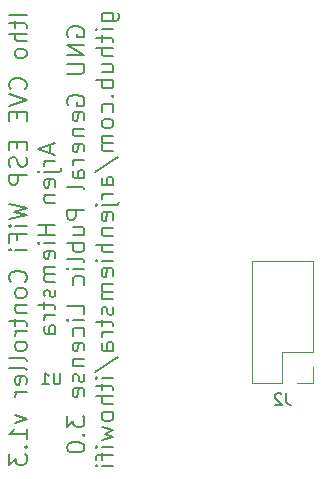
<source format=gbo>
G04 #@! TF.GenerationSoftware,KiCad,Pcbnew,(5.1.5-0-10_14)*
G04 #@! TF.CreationDate,2020-10-21T13:28:45+02:00*
G04 #@! TF.ProjectId,ithowifi,6974686f-7769-4666-992e-6b696361645f,rev?*
G04 #@! TF.SameCoordinates,Original*
G04 #@! TF.FileFunction,Legend,Bot*
G04 #@! TF.FilePolarity,Positive*
%FSLAX46Y46*%
G04 Gerber Fmt 4.6, Leading zero omitted, Abs format (unit mm)*
G04 Created by KiCad (PCBNEW (5.1.5-0-10_14)) date 2020-10-21 13:28:45*
%MOMM*%
%LPD*%
G04 APERTURE LIST*
%ADD10C,0.200000*%
%ADD11C,0.120000*%
%ADD12C,0.150000*%
G04 APERTURE END LIST*
D10*
X99111571Y-108000000D02*
X97611571Y-108000000D01*
X98111571Y-108500000D02*
X98111571Y-109071428D01*
X97611571Y-108714285D02*
X98897285Y-108714285D01*
X99040142Y-108785714D01*
X99111571Y-108928571D01*
X99111571Y-109071428D01*
X99111571Y-109571428D02*
X97611571Y-109571428D01*
X99111571Y-110214285D02*
X98325857Y-110214285D01*
X98183000Y-110142857D01*
X98111571Y-110000000D01*
X98111571Y-109785714D01*
X98183000Y-109642857D01*
X98254428Y-109571428D01*
X99111571Y-111142857D02*
X99040142Y-111000000D01*
X98968714Y-110928571D01*
X98825857Y-110857142D01*
X98397285Y-110857142D01*
X98254428Y-110928571D01*
X98183000Y-111000000D01*
X98111571Y-111142857D01*
X98111571Y-111357142D01*
X98183000Y-111500000D01*
X98254428Y-111571428D01*
X98397285Y-111642857D01*
X98825857Y-111642857D01*
X98968714Y-111571428D01*
X99040142Y-111500000D01*
X99111571Y-111357142D01*
X99111571Y-111142857D01*
X98968714Y-114285714D02*
X99040142Y-114214285D01*
X99111571Y-114000000D01*
X99111571Y-113857142D01*
X99040142Y-113642857D01*
X98897285Y-113500000D01*
X98754428Y-113428571D01*
X98468714Y-113357142D01*
X98254428Y-113357142D01*
X97968714Y-113428571D01*
X97825857Y-113500000D01*
X97683000Y-113642857D01*
X97611571Y-113857142D01*
X97611571Y-114000000D01*
X97683000Y-114214285D01*
X97754428Y-114285714D01*
X97611571Y-114714285D02*
X99111571Y-115214285D01*
X97611571Y-115714285D01*
X98325857Y-116214285D02*
X98325857Y-116714285D01*
X99111571Y-116928571D02*
X99111571Y-116214285D01*
X97611571Y-116214285D01*
X97611571Y-116928571D01*
X98325857Y-118714285D02*
X98325857Y-119214285D01*
X99111571Y-119428571D02*
X99111571Y-118714285D01*
X97611571Y-118714285D01*
X97611571Y-119428571D01*
X99040142Y-120000000D02*
X99111571Y-120214285D01*
X99111571Y-120571428D01*
X99040142Y-120714285D01*
X98968714Y-120785714D01*
X98825857Y-120857142D01*
X98683000Y-120857142D01*
X98540142Y-120785714D01*
X98468714Y-120714285D01*
X98397285Y-120571428D01*
X98325857Y-120285714D01*
X98254428Y-120142857D01*
X98183000Y-120071428D01*
X98040142Y-120000000D01*
X97897285Y-120000000D01*
X97754428Y-120071428D01*
X97683000Y-120142857D01*
X97611571Y-120285714D01*
X97611571Y-120642857D01*
X97683000Y-120857142D01*
X99111571Y-121500000D02*
X97611571Y-121500000D01*
X97611571Y-122071428D01*
X97683000Y-122214285D01*
X97754428Y-122285714D01*
X97897285Y-122357142D01*
X98111571Y-122357142D01*
X98254428Y-122285714D01*
X98325857Y-122214285D01*
X98397285Y-122071428D01*
X98397285Y-121500000D01*
X97611571Y-124000000D02*
X99111571Y-124357142D01*
X98040142Y-124642857D01*
X99111571Y-124928571D01*
X97611571Y-125285714D01*
X99111571Y-125857142D02*
X98111571Y-125857142D01*
X97611571Y-125857142D02*
X97683000Y-125785714D01*
X97754428Y-125857142D01*
X97683000Y-125928571D01*
X97611571Y-125857142D01*
X97754428Y-125857142D01*
X98325857Y-127071428D02*
X98325857Y-126571428D01*
X99111571Y-126571428D02*
X97611571Y-126571428D01*
X97611571Y-127285714D01*
X99111571Y-127857142D02*
X98111571Y-127857142D01*
X97611571Y-127857142D02*
X97683000Y-127785714D01*
X97754428Y-127857142D01*
X97683000Y-127928571D01*
X97611571Y-127857142D01*
X97754428Y-127857142D01*
X98968714Y-130571428D02*
X99040142Y-130500000D01*
X99111571Y-130285714D01*
X99111571Y-130142857D01*
X99040142Y-129928571D01*
X98897285Y-129785714D01*
X98754428Y-129714285D01*
X98468714Y-129642857D01*
X98254428Y-129642857D01*
X97968714Y-129714285D01*
X97825857Y-129785714D01*
X97683000Y-129928571D01*
X97611571Y-130142857D01*
X97611571Y-130285714D01*
X97683000Y-130500000D01*
X97754428Y-130571428D01*
X99111571Y-131428571D02*
X99040142Y-131285714D01*
X98968714Y-131214285D01*
X98825857Y-131142857D01*
X98397285Y-131142857D01*
X98254428Y-131214285D01*
X98183000Y-131285714D01*
X98111571Y-131428571D01*
X98111571Y-131642857D01*
X98183000Y-131785714D01*
X98254428Y-131857142D01*
X98397285Y-131928571D01*
X98825857Y-131928571D01*
X98968714Y-131857142D01*
X99040142Y-131785714D01*
X99111571Y-131642857D01*
X99111571Y-131428571D01*
X98111571Y-132571428D02*
X99111571Y-132571428D01*
X98254428Y-132571428D02*
X98183000Y-132642857D01*
X98111571Y-132785714D01*
X98111571Y-133000000D01*
X98183000Y-133142857D01*
X98325857Y-133214285D01*
X99111571Y-133214285D01*
X98111571Y-133714285D02*
X98111571Y-134285714D01*
X97611571Y-133928571D02*
X98897285Y-133928571D01*
X99040142Y-134000000D01*
X99111571Y-134142857D01*
X99111571Y-134285714D01*
X99111571Y-134785714D02*
X98111571Y-134785714D01*
X98397285Y-134785714D02*
X98254428Y-134857142D01*
X98183000Y-134928571D01*
X98111571Y-135071428D01*
X98111571Y-135214285D01*
X99111571Y-135928571D02*
X99040142Y-135785714D01*
X98968714Y-135714285D01*
X98825857Y-135642857D01*
X98397285Y-135642857D01*
X98254428Y-135714285D01*
X98183000Y-135785714D01*
X98111571Y-135928571D01*
X98111571Y-136142857D01*
X98183000Y-136285714D01*
X98254428Y-136357142D01*
X98397285Y-136428571D01*
X98825857Y-136428571D01*
X98968714Y-136357142D01*
X99040142Y-136285714D01*
X99111571Y-136142857D01*
X99111571Y-135928571D01*
X99111571Y-137285714D02*
X99040142Y-137142857D01*
X98897285Y-137071428D01*
X97611571Y-137071428D01*
X99111571Y-138071428D02*
X99040142Y-137928571D01*
X98897285Y-137857142D01*
X97611571Y-137857142D01*
X99040142Y-139214285D02*
X99111571Y-139071428D01*
X99111571Y-138785714D01*
X99040142Y-138642857D01*
X98897285Y-138571428D01*
X98325857Y-138571428D01*
X98183000Y-138642857D01*
X98111571Y-138785714D01*
X98111571Y-139071428D01*
X98183000Y-139214285D01*
X98325857Y-139285714D01*
X98468714Y-139285714D01*
X98611571Y-138571428D01*
X99111571Y-139928571D02*
X98111571Y-139928571D01*
X98397285Y-139928571D02*
X98254428Y-140000000D01*
X98183000Y-140071428D01*
X98111571Y-140214285D01*
X98111571Y-140357142D01*
X98111571Y-141857142D02*
X99111571Y-142214285D01*
X98111571Y-142571428D01*
X99111571Y-143928571D02*
X99111571Y-143071428D01*
X99111571Y-143500000D02*
X97611571Y-143500000D01*
X97825857Y-143357142D01*
X97968714Y-143214285D01*
X98040142Y-143071428D01*
X98968714Y-144571428D02*
X99040142Y-144642857D01*
X99111571Y-144571428D01*
X99040142Y-144500000D01*
X98968714Y-144571428D01*
X99111571Y-144571428D01*
X97611571Y-145142857D02*
X97611571Y-146071428D01*
X98183000Y-145571428D01*
X98183000Y-145785714D01*
X98254428Y-145928571D01*
X98325857Y-146000000D01*
X98468714Y-146071428D01*
X98825857Y-146071428D01*
X98968714Y-146000000D01*
X99040142Y-145928571D01*
X99111571Y-145785714D01*
X99111571Y-145357142D01*
X99040142Y-145214285D01*
X98968714Y-145142857D01*
X101133000Y-118964285D02*
X101133000Y-119678571D01*
X101561571Y-118821428D02*
X100061571Y-119321428D01*
X101561571Y-119821428D01*
X101561571Y-120321428D02*
X100561571Y-120321428D01*
X100847285Y-120321428D02*
X100704428Y-120392857D01*
X100633000Y-120464285D01*
X100561571Y-120607142D01*
X100561571Y-120750000D01*
X100561571Y-121250000D02*
X101847285Y-121250000D01*
X101990142Y-121178571D01*
X102061571Y-121035714D01*
X102061571Y-120964285D01*
X100061571Y-121250000D02*
X100133000Y-121178571D01*
X100204428Y-121250000D01*
X100133000Y-121321428D01*
X100061571Y-121250000D01*
X100204428Y-121250000D01*
X101490142Y-122535714D02*
X101561571Y-122392857D01*
X101561571Y-122107142D01*
X101490142Y-121964285D01*
X101347285Y-121892857D01*
X100775857Y-121892857D01*
X100633000Y-121964285D01*
X100561571Y-122107142D01*
X100561571Y-122392857D01*
X100633000Y-122535714D01*
X100775857Y-122607142D01*
X100918714Y-122607142D01*
X101061571Y-121892857D01*
X100561571Y-123250000D02*
X101561571Y-123250000D01*
X100704428Y-123250000D02*
X100633000Y-123321428D01*
X100561571Y-123464285D01*
X100561571Y-123678571D01*
X100633000Y-123821428D01*
X100775857Y-123892857D01*
X101561571Y-123892857D01*
X101561571Y-125750000D02*
X100061571Y-125750000D01*
X100775857Y-125750000D02*
X100775857Y-126607142D01*
X101561571Y-126607142D02*
X100061571Y-126607142D01*
X101561571Y-127321428D02*
X100561571Y-127321428D01*
X100061571Y-127321428D02*
X100133000Y-127250000D01*
X100204428Y-127321428D01*
X100133000Y-127392857D01*
X100061571Y-127321428D01*
X100204428Y-127321428D01*
X101490142Y-128607142D02*
X101561571Y-128464285D01*
X101561571Y-128178571D01*
X101490142Y-128035714D01*
X101347285Y-127964285D01*
X100775857Y-127964285D01*
X100633000Y-128035714D01*
X100561571Y-128178571D01*
X100561571Y-128464285D01*
X100633000Y-128607142D01*
X100775857Y-128678571D01*
X100918714Y-128678571D01*
X101061571Y-127964285D01*
X101561571Y-129321428D02*
X100561571Y-129321428D01*
X100704428Y-129321428D02*
X100633000Y-129392857D01*
X100561571Y-129535714D01*
X100561571Y-129750000D01*
X100633000Y-129892857D01*
X100775857Y-129964285D01*
X101561571Y-129964285D01*
X100775857Y-129964285D02*
X100633000Y-130035714D01*
X100561571Y-130178571D01*
X100561571Y-130392857D01*
X100633000Y-130535714D01*
X100775857Y-130607142D01*
X101561571Y-130607142D01*
X101490142Y-131250000D02*
X101561571Y-131392857D01*
X101561571Y-131678571D01*
X101490142Y-131821428D01*
X101347285Y-131892857D01*
X101275857Y-131892857D01*
X101133000Y-131821428D01*
X101061571Y-131678571D01*
X101061571Y-131464285D01*
X100990142Y-131321428D01*
X100847285Y-131250000D01*
X100775857Y-131250000D01*
X100633000Y-131321428D01*
X100561571Y-131464285D01*
X100561571Y-131678571D01*
X100633000Y-131821428D01*
X100561571Y-132321428D02*
X100561571Y-132892857D01*
X100061571Y-132535714D02*
X101347285Y-132535714D01*
X101490142Y-132607142D01*
X101561571Y-132750000D01*
X101561571Y-132892857D01*
X101561571Y-133392857D02*
X100561571Y-133392857D01*
X100847285Y-133392857D02*
X100704428Y-133464285D01*
X100633000Y-133535714D01*
X100561571Y-133678571D01*
X100561571Y-133821428D01*
X101561571Y-134964285D02*
X100775857Y-134964285D01*
X100633000Y-134892857D01*
X100561571Y-134750000D01*
X100561571Y-134464285D01*
X100633000Y-134321428D01*
X101490142Y-134964285D02*
X101561571Y-134821428D01*
X101561571Y-134464285D01*
X101490142Y-134321428D01*
X101347285Y-134250000D01*
X101204428Y-134250000D01*
X101061571Y-134321428D01*
X100990142Y-134464285D01*
X100990142Y-134821428D01*
X100918714Y-134964285D01*
X102583000Y-109821428D02*
X102511571Y-109678571D01*
X102511571Y-109464285D01*
X102583000Y-109250000D01*
X102725857Y-109107142D01*
X102868714Y-109035714D01*
X103154428Y-108964285D01*
X103368714Y-108964285D01*
X103654428Y-109035714D01*
X103797285Y-109107142D01*
X103940142Y-109250000D01*
X104011571Y-109464285D01*
X104011571Y-109607142D01*
X103940142Y-109821428D01*
X103868714Y-109892857D01*
X103368714Y-109892857D01*
X103368714Y-109607142D01*
X104011571Y-110535714D02*
X102511571Y-110535714D01*
X104011571Y-111392857D01*
X102511571Y-111392857D01*
X102511571Y-112107142D02*
X103725857Y-112107142D01*
X103868714Y-112178571D01*
X103940142Y-112250000D01*
X104011571Y-112392857D01*
X104011571Y-112678571D01*
X103940142Y-112821428D01*
X103868714Y-112892857D01*
X103725857Y-112964285D01*
X102511571Y-112964285D01*
X102583000Y-115607142D02*
X102511571Y-115464285D01*
X102511571Y-115250000D01*
X102583000Y-115035714D01*
X102725857Y-114892857D01*
X102868714Y-114821428D01*
X103154428Y-114750000D01*
X103368714Y-114750000D01*
X103654428Y-114821428D01*
X103797285Y-114892857D01*
X103940142Y-115035714D01*
X104011571Y-115250000D01*
X104011571Y-115392857D01*
X103940142Y-115607142D01*
X103868714Y-115678571D01*
X103368714Y-115678571D01*
X103368714Y-115392857D01*
X103940142Y-116892857D02*
X104011571Y-116750000D01*
X104011571Y-116464285D01*
X103940142Y-116321428D01*
X103797285Y-116250000D01*
X103225857Y-116250000D01*
X103083000Y-116321428D01*
X103011571Y-116464285D01*
X103011571Y-116750000D01*
X103083000Y-116892857D01*
X103225857Y-116964285D01*
X103368714Y-116964285D01*
X103511571Y-116250000D01*
X103011571Y-117607142D02*
X104011571Y-117607142D01*
X103154428Y-117607142D02*
X103083000Y-117678571D01*
X103011571Y-117821428D01*
X103011571Y-118035714D01*
X103083000Y-118178571D01*
X103225857Y-118250000D01*
X104011571Y-118250000D01*
X103940142Y-119535714D02*
X104011571Y-119392857D01*
X104011571Y-119107142D01*
X103940142Y-118964285D01*
X103797285Y-118892857D01*
X103225857Y-118892857D01*
X103083000Y-118964285D01*
X103011571Y-119107142D01*
X103011571Y-119392857D01*
X103083000Y-119535714D01*
X103225857Y-119607142D01*
X103368714Y-119607142D01*
X103511571Y-118892857D01*
X104011571Y-120250000D02*
X103011571Y-120250000D01*
X103297285Y-120250000D02*
X103154428Y-120321428D01*
X103083000Y-120392857D01*
X103011571Y-120535714D01*
X103011571Y-120678571D01*
X104011571Y-121821428D02*
X103225857Y-121821428D01*
X103083000Y-121750000D01*
X103011571Y-121607142D01*
X103011571Y-121321428D01*
X103083000Y-121178571D01*
X103940142Y-121821428D02*
X104011571Y-121678571D01*
X104011571Y-121321428D01*
X103940142Y-121178571D01*
X103797285Y-121107142D01*
X103654428Y-121107142D01*
X103511571Y-121178571D01*
X103440142Y-121321428D01*
X103440142Y-121678571D01*
X103368714Y-121821428D01*
X104011571Y-122750000D02*
X103940142Y-122607142D01*
X103797285Y-122535714D01*
X102511571Y-122535714D01*
X104011571Y-124464285D02*
X102511571Y-124464285D01*
X102511571Y-125035714D01*
X102583000Y-125178571D01*
X102654428Y-125250000D01*
X102797285Y-125321428D01*
X103011571Y-125321428D01*
X103154428Y-125250000D01*
X103225857Y-125178571D01*
X103297285Y-125035714D01*
X103297285Y-124464285D01*
X103011571Y-126607142D02*
X104011571Y-126607142D01*
X103011571Y-125964285D02*
X103797285Y-125964285D01*
X103940142Y-126035714D01*
X104011571Y-126178571D01*
X104011571Y-126392857D01*
X103940142Y-126535714D01*
X103868714Y-126607142D01*
X104011571Y-127321428D02*
X102511571Y-127321428D01*
X103083000Y-127321428D02*
X103011571Y-127464285D01*
X103011571Y-127750000D01*
X103083000Y-127892857D01*
X103154428Y-127964285D01*
X103297285Y-128035714D01*
X103725857Y-128035714D01*
X103868714Y-127964285D01*
X103940142Y-127892857D01*
X104011571Y-127750000D01*
X104011571Y-127464285D01*
X103940142Y-127321428D01*
X104011571Y-128892857D02*
X103940142Y-128750000D01*
X103797285Y-128678571D01*
X102511571Y-128678571D01*
X104011571Y-129464285D02*
X103011571Y-129464285D01*
X102511571Y-129464285D02*
X102583000Y-129392857D01*
X102654428Y-129464285D01*
X102583000Y-129535714D01*
X102511571Y-129464285D01*
X102654428Y-129464285D01*
X103940142Y-130821428D02*
X104011571Y-130678571D01*
X104011571Y-130392857D01*
X103940142Y-130250000D01*
X103868714Y-130178571D01*
X103725857Y-130107142D01*
X103297285Y-130107142D01*
X103154428Y-130178571D01*
X103083000Y-130250000D01*
X103011571Y-130392857D01*
X103011571Y-130678571D01*
X103083000Y-130821428D01*
X104011571Y-133321428D02*
X104011571Y-132607142D01*
X102511571Y-132607142D01*
X104011571Y-133821428D02*
X103011571Y-133821428D01*
X102511571Y-133821428D02*
X102583000Y-133750000D01*
X102654428Y-133821428D01*
X102583000Y-133892857D01*
X102511571Y-133821428D01*
X102654428Y-133821428D01*
X103940142Y-135178571D02*
X104011571Y-135035714D01*
X104011571Y-134750000D01*
X103940142Y-134607142D01*
X103868714Y-134535714D01*
X103725857Y-134464285D01*
X103297285Y-134464285D01*
X103154428Y-134535714D01*
X103083000Y-134607142D01*
X103011571Y-134750000D01*
X103011571Y-135035714D01*
X103083000Y-135178571D01*
X103940142Y-136392857D02*
X104011571Y-136250000D01*
X104011571Y-135964285D01*
X103940142Y-135821428D01*
X103797285Y-135750000D01*
X103225857Y-135750000D01*
X103083000Y-135821428D01*
X103011571Y-135964285D01*
X103011571Y-136250000D01*
X103083000Y-136392857D01*
X103225857Y-136464285D01*
X103368714Y-136464285D01*
X103511571Y-135750000D01*
X103011571Y-137107142D02*
X104011571Y-137107142D01*
X103154428Y-137107142D02*
X103083000Y-137178571D01*
X103011571Y-137321428D01*
X103011571Y-137535714D01*
X103083000Y-137678571D01*
X103225857Y-137750000D01*
X104011571Y-137750000D01*
X103940142Y-138392857D02*
X104011571Y-138535714D01*
X104011571Y-138821428D01*
X103940142Y-138964285D01*
X103797285Y-139035714D01*
X103725857Y-139035714D01*
X103583000Y-138964285D01*
X103511571Y-138821428D01*
X103511571Y-138607142D01*
X103440142Y-138464285D01*
X103297285Y-138392857D01*
X103225857Y-138392857D01*
X103083000Y-138464285D01*
X103011571Y-138607142D01*
X103011571Y-138821428D01*
X103083000Y-138964285D01*
X103940142Y-140250000D02*
X104011571Y-140107142D01*
X104011571Y-139821428D01*
X103940142Y-139678571D01*
X103797285Y-139607142D01*
X103225857Y-139607142D01*
X103083000Y-139678571D01*
X103011571Y-139821428D01*
X103011571Y-140107142D01*
X103083000Y-140250000D01*
X103225857Y-140321428D01*
X103368714Y-140321428D01*
X103511571Y-139607142D01*
X102511571Y-141964285D02*
X102511571Y-142892857D01*
X103083000Y-142392857D01*
X103083000Y-142607142D01*
X103154428Y-142750000D01*
X103225857Y-142821428D01*
X103368714Y-142892857D01*
X103725857Y-142892857D01*
X103868714Y-142821428D01*
X103940142Y-142750000D01*
X104011571Y-142607142D01*
X104011571Y-142178571D01*
X103940142Y-142035714D01*
X103868714Y-141964285D01*
X103868714Y-143535714D02*
X103940142Y-143607142D01*
X104011571Y-143535714D01*
X103940142Y-143464285D01*
X103868714Y-143535714D01*
X104011571Y-143535714D01*
X102511571Y-144535714D02*
X102511571Y-144678571D01*
X102583000Y-144821428D01*
X102654428Y-144892857D01*
X102797285Y-144964285D01*
X103083000Y-145035714D01*
X103440142Y-145035714D01*
X103725857Y-144964285D01*
X103868714Y-144892857D01*
X103940142Y-144821428D01*
X104011571Y-144678571D01*
X104011571Y-144535714D01*
X103940142Y-144392857D01*
X103868714Y-144321428D01*
X103725857Y-144250000D01*
X103440142Y-144178571D01*
X103083000Y-144178571D01*
X102797285Y-144250000D01*
X102654428Y-144321428D01*
X102583000Y-144392857D01*
X102511571Y-144535714D01*
X105461571Y-108500000D02*
X106675857Y-108500000D01*
X106818714Y-108428571D01*
X106890142Y-108357142D01*
X106961571Y-108214285D01*
X106961571Y-108000000D01*
X106890142Y-107857142D01*
X106390142Y-108500000D02*
X106461571Y-108357142D01*
X106461571Y-108071428D01*
X106390142Y-107928571D01*
X106318714Y-107857142D01*
X106175857Y-107785714D01*
X105747285Y-107785714D01*
X105604428Y-107857142D01*
X105533000Y-107928571D01*
X105461571Y-108071428D01*
X105461571Y-108357142D01*
X105533000Y-108500000D01*
X106461571Y-109214285D02*
X105461571Y-109214285D01*
X104961571Y-109214285D02*
X105033000Y-109142857D01*
X105104428Y-109214285D01*
X105033000Y-109285714D01*
X104961571Y-109214285D01*
X105104428Y-109214285D01*
X105461571Y-109714285D02*
X105461571Y-110285714D01*
X104961571Y-109928571D02*
X106247285Y-109928571D01*
X106390142Y-110000000D01*
X106461571Y-110142857D01*
X106461571Y-110285714D01*
X106461571Y-110785714D02*
X104961571Y-110785714D01*
X106461571Y-111428571D02*
X105675857Y-111428571D01*
X105533000Y-111357142D01*
X105461571Y-111214285D01*
X105461571Y-111000000D01*
X105533000Y-110857142D01*
X105604428Y-110785714D01*
X105461571Y-112785714D02*
X106461571Y-112785714D01*
X105461571Y-112142857D02*
X106247285Y-112142857D01*
X106390142Y-112214285D01*
X106461571Y-112357142D01*
X106461571Y-112571428D01*
X106390142Y-112714285D01*
X106318714Y-112785714D01*
X106461571Y-113500000D02*
X104961571Y-113500000D01*
X105533000Y-113500000D02*
X105461571Y-113642857D01*
X105461571Y-113928571D01*
X105533000Y-114071428D01*
X105604428Y-114142857D01*
X105747285Y-114214285D01*
X106175857Y-114214285D01*
X106318714Y-114142857D01*
X106390142Y-114071428D01*
X106461571Y-113928571D01*
X106461571Y-113642857D01*
X106390142Y-113500000D01*
X106318714Y-114857142D02*
X106390142Y-114928571D01*
X106461571Y-114857142D01*
X106390142Y-114785714D01*
X106318714Y-114857142D01*
X106461571Y-114857142D01*
X106390142Y-116214285D02*
X106461571Y-116071428D01*
X106461571Y-115785714D01*
X106390142Y-115642857D01*
X106318714Y-115571428D01*
X106175857Y-115500000D01*
X105747285Y-115500000D01*
X105604428Y-115571428D01*
X105533000Y-115642857D01*
X105461571Y-115785714D01*
X105461571Y-116071428D01*
X105533000Y-116214285D01*
X106461571Y-117071428D02*
X106390142Y-116928571D01*
X106318714Y-116857142D01*
X106175857Y-116785714D01*
X105747285Y-116785714D01*
X105604428Y-116857142D01*
X105533000Y-116928571D01*
X105461571Y-117071428D01*
X105461571Y-117285714D01*
X105533000Y-117428571D01*
X105604428Y-117500000D01*
X105747285Y-117571428D01*
X106175857Y-117571428D01*
X106318714Y-117500000D01*
X106390142Y-117428571D01*
X106461571Y-117285714D01*
X106461571Y-117071428D01*
X106461571Y-118214285D02*
X105461571Y-118214285D01*
X105604428Y-118214285D02*
X105533000Y-118285714D01*
X105461571Y-118428571D01*
X105461571Y-118642857D01*
X105533000Y-118785714D01*
X105675857Y-118857142D01*
X106461571Y-118857142D01*
X105675857Y-118857142D02*
X105533000Y-118928571D01*
X105461571Y-119071428D01*
X105461571Y-119285714D01*
X105533000Y-119428571D01*
X105675857Y-119500000D01*
X106461571Y-119500000D01*
X104890142Y-121285714D02*
X106818714Y-120000000D01*
X106461571Y-122428571D02*
X105675857Y-122428571D01*
X105533000Y-122357142D01*
X105461571Y-122214285D01*
X105461571Y-121928571D01*
X105533000Y-121785714D01*
X106390142Y-122428571D02*
X106461571Y-122285714D01*
X106461571Y-121928571D01*
X106390142Y-121785714D01*
X106247285Y-121714285D01*
X106104428Y-121714285D01*
X105961571Y-121785714D01*
X105890142Y-121928571D01*
X105890142Y-122285714D01*
X105818714Y-122428571D01*
X106461571Y-123142857D02*
X105461571Y-123142857D01*
X105747285Y-123142857D02*
X105604428Y-123214285D01*
X105533000Y-123285714D01*
X105461571Y-123428571D01*
X105461571Y-123571428D01*
X105461571Y-124071428D02*
X106747285Y-124071428D01*
X106890142Y-124000000D01*
X106961571Y-123857142D01*
X106961571Y-123785714D01*
X104961571Y-124071428D02*
X105033000Y-124000000D01*
X105104428Y-124071428D01*
X105033000Y-124142857D01*
X104961571Y-124071428D01*
X105104428Y-124071428D01*
X106390142Y-125357142D02*
X106461571Y-125214285D01*
X106461571Y-124928571D01*
X106390142Y-124785714D01*
X106247285Y-124714285D01*
X105675857Y-124714285D01*
X105533000Y-124785714D01*
X105461571Y-124928571D01*
X105461571Y-125214285D01*
X105533000Y-125357142D01*
X105675857Y-125428571D01*
X105818714Y-125428571D01*
X105961571Y-124714285D01*
X105461571Y-126071428D02*
X106461571Y-126071428D01*
X105604428Y-126071428D02*
X105533000Y-126142857D01*
X105461571Y-126285714D01*
X105461571Y-126500000D01*
X105533000Y-126642857D01*
X105675857Y-126714285D01*
X106461571Y-126714285D01*
X106461571Y-127428571D02*
X104961571Y-127428571D01*
X106461571Y-128071428D02*
X105675857Y-128071428D01*
X105533000Y-128000000D01*
X105461571Y-127857142D01*
X105461571Y-127642857D01*
X105533000Y-127500000D01*
X105604428Y-127428571D01*
X106461571Y-128785714D02*
X105461571Y-128785714D01*
X104961571Y-128785714D02*
X105033000Y-128714285D01*
X105104428Y-128785714D01*
X105033000Y-128857142D01*
X104961571Y-128785714D01*
X105104428Y-128785714D01*
X106390142Y-130071428D02*
X106461571Y-129928571D01*
X106461571Y-129642857D01*
X106390142Y-129500000D01*
X106247285Y-129428571D01*
X105675857Y-129428571D01*
X105533000Y-129500000D01*
X105461571Y-129642857D01*
X105461571Y-129928571D01*
X105533000Y-130071428D01*
X105675857Y-130142857D01*
X105818714Y-130142857D01*
X105961571Y-129428571D01*
X106461571Y-130785714D02*
X105461571Y-130785714D01*
X105604428Y-130785714D02*
X105533000Y-130857142D01*
X105461571Y-131000000D01*
X105461571Y-131214285D01*
X105533000Y-131357142D01*
X105675857Y-131428571D01*
X106461571Y-131428571D01*
X105675857Y-131428571D02*
X105533000Y-131500000D01*
X105461571Y-131642857D01*
X105461571Y-131857142D01*
X105533000Y-132000000D01*
X105675857Y-132071428D01*
X106461571Y-132071428D01*
X106390142Y-132714285D02*
X106461571Y-132857142D01*
X106461571Y-133142857D01*
X106390142Y-133285714D01*
X106247285Y-133357142D01*
X106175857Y-133357142D01*
X106033000Y-133285714D01*
X105961571Y-133142857D01*
X105961571Y-132928571D01*
X105890142Y-132785714D01*
X105747285Y-132714285D01*
X105675857Y-132714285D01*
X105533000Y-132785714D01*
X105461571Y-132928571D01*
X105461571Y-133142857D01*
X105533000Y-133285714D01*
X105461571Y-133785714D02*
X105461571Y-134357142D01*
X104961571Y-134000000D02*
X106247285Y-134000000D01*
X106390142Y-134071428D01*
X106461571Y-134214285D01*
X106461571Y-134357142D01*
X106461571Y-134857142D02*
X105461571Y-134857142D01*
X105747285Y-134857142D02*
X105604428Y-134928571D01*
X105533000Y-135000000D01*
X105461571Y-135142857D01*
X105461571Y-135285714D01*
X106461571Y-136428571D02*
X105675857Y-136428571D01*
X105533000Y-136357142D01*
X105461571Y-136214285D01*
X105461571Y-135928571D01*
X105533000Y-135785714D01*
X106390142Y-136428571D02*
X106461571Y-136285714D01*
X106461571Y-135928571D01*
X106390142Y-135785714D01*
X106247285Y-135714285D01*
X106104428Y-135714285D01*
X105961571Y-135785714D01*
X105890142Y-135928571D01*
X105890142Y-136285714D01*
X105818714Y-136428571D01*
X104890142Y-138214285D02*
X106818714Y-136928571D01*
X106461571Y-138714285D02*
X105461571Y-138714285D01*
X104961571Y-138714285D02*
X105033000Y-138642857D01*
X105104428Y-138714285D01*
X105033000Y-138785714D01*
X104961571Y-138714285D01*
X105104428Y-138714285D01*
X105461571Y-139214285D02*
X105461571Y-139785714D01*
X104961571Y-139428571D02*
X106247285Y-139428571D01*
X106390142Y-139500000D01*
X106461571Y-139642857D01*
X106461571Y-139785714D01*
X106461571Y-140285714D02*
X104961571Y-140285714D01*
X106461571Y-140928571D02*
X105675857Y-140928571D01*
X105533000Y-140857142D01*
X105461571Y-140714285D01*
X105461571Y-140500000D01*
X105533000Y-140357142D01*
X105604428Y-140285714D01*
X106461571Y-141857142D02*
X106390142Y-141714285D01*
X106318714Y-141642857D01*
X106175857Y-141571428D01*
X105747285Y-141571428D01*
X105604428Y-141642857D01*
X105533000Y-141714285D01*
X105461571Y-141857142D01*
X105461571Y-142071428D01*
X105533000Y-142214285D01*
X105604428Y-142285714D01*
X105747285Y-142357142D01*
X106175857Y-142357142D01*
X106318714Y-142285714D01*
X106390142Y-142214285D01*
X106461571Y-142071428D01*
X106461571Y-141857142D01*
X105461571Y-142857142D02*
X106461571Y-143142857D01*
X105747285Y-143428571D01*
X106461571Y-143714285D01*
X105461571Y-144000000D01*
X106461571Y-144571428D02*
X105461571Y-144571428D01*
X104961571Y-144571428D02*
X105033000Y-144500000D01*
X105104428Y-144571428D01*
X105033000Y-144642857D01*
X104961571Y-144571428D01*
X105104428Y-144571428D01*
X105461571Y-145071428D02*
X105461571Y-145642857D01*
X106461571Y-145285714D02*
X105175857Y-145285714D01*
X105033000Y-145357142D01*
X104961571Y-145500000D01*
X104961571Y-145642857D01*
X106461571Y-146142857D02*
X105461571Y-146142857D01*
X104961571Y-146142857D02*
X105033000Y-146071428D01*
X105104428Y-146142857D01*
X105033000Y-146214285D01*
X104961571Y-146142857D01*
X105104428Y-146142857D01*
D11*
X118177000Y-139125000D02*
X120777000Y-139125000D01*
X118177000Y-139125000D02*
X118177000Y-128845000D01*
X118177000Y-128845000D02*
X123377000Y-128845000D01*
X123377000Y-136525000D02*
X123377000Y-128845000D01*
X120777000Y-136525000D02*
X123377000Y-136525000D01*
X120777000Y-139125000D02*
X120777000Y-136525000D01*
X123377000Y-139125000D02*
X123377000Y-137795000D01*
X122047000Y-139125000D02*
X123377000Y-139125000D01*
D12*
X101980904Y-138277380D02*
X101980904Y-139086904D01*
X101933285Y-139182142D01*
X101885666Y-139229761D01*
X101790428Y-139277380D01*
X101599952Y-139277380D01*
X101504714Y-139229761D01*
X101457095Y-139182142D01*
X101409476Y-139086904D01*
X101409476Y-138277380D01*
X100409476Y-139277380D02*
X100980904Y-139277380D01*
X100695190Y-139277380D02*
X100695190Y-138277380D01*
X100790428Y-138420238D01*
X100885666Y-138515476D01*
X100980904Y-138563095D01*
X121110333Y-140017380D02*
X121110333Y-140731666D01*
X121157952Y-140874523D01*
X121253190Y-140969761D01*
X121396047Y-141017380D01*
X121491285Y-141017380D01*
X120681761Y-140112619D02*
X120634142Y-140065000D01*
X120538904Y-140017380D01*
X120300809Y-140017380D01*
X120205571Y-140065000D01*
X120157952Y-140112619D01*
X120110333Y-140207857D01*
X120110333Y-140303095D01*
X120157952Y-140445952D01*
X120729380Y-141017380D01*
X120110333Y-141017380D01*
M02*

</source>
